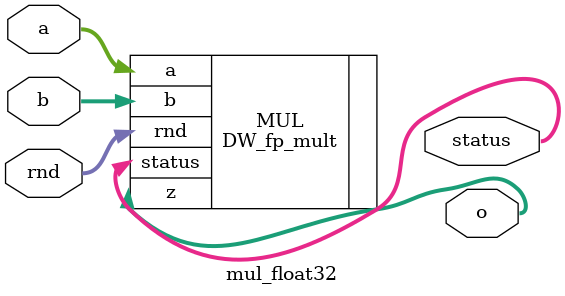
<source format=sv>
/*
 * File: template.sv
 * Author: Michal Gorywoda
 * Created Date: March 9th 2025
 * 
 * Copyright (c) 2025 Michal Gorywoda, KAIST SEED Lab
 */

`default_nettype none
module mul_float32 #(
   parameter   N_SIG    = 23,
   parameter   N_EXP    = 8,
   parameter   N_DATA   = N_EXP + N_SIG + 1
) (
   input    logic [N_DATA-1:0]   a,
   input    logic [N_DATA-1:0]   b,
   input    logic [2:0]          rnd,
   output   logic [N_DATA-1:0]   o,
   output   logic [7:0]          status
);


DW_fp_mult #
(
   .sig_width(N_SIG), 
   .exp_width(N_EXP), 
   .ieee_compliance(1), 
   .en_ubr_flag(0)
) MUL ( 
   .a(a), 
   .b(b), 
   .rnd(rnd), 
   .z(o), 
   .status(status) 
);
    
endmodule
</source>
